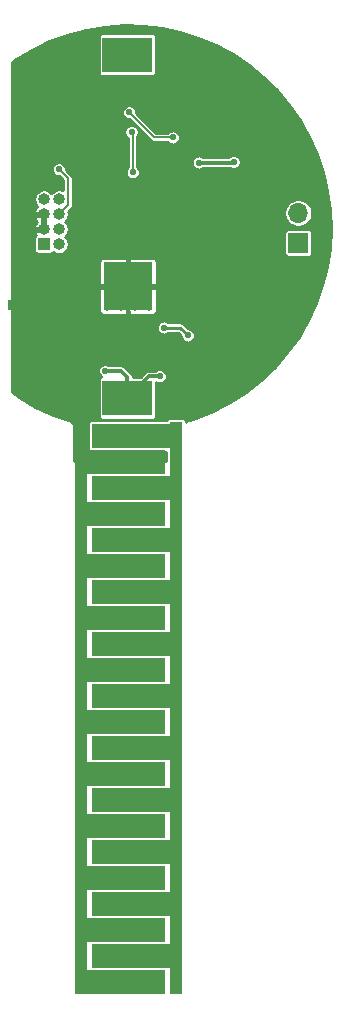
<source format=gbr>
G04 #@! TF.GenerationSoftware,KiCad,Pcbnew,5.1.10*
G04 #@! TF.CreationDate,2021-08-14T17:42:51+03:00*
G04 #@! TF.ProjectId,PlantBuddy,506c616e-7442-4756-9464-792e6b696361,rev?*
G04 #@! TF.SameCoordinates,Original*
G04 #@! TF.FileFunction,Copper,L2,Bot*
G04 #@! TF.FilePolarity,Positive*
%FSLAX46Y46*%
G04 Gerber Fmt 4.6, Leading zero omitted, Abs format (unit mm)*
G04 Created by KiCad (PCBNEW 5.1.10) date 2021-08-14 17:42:51*
%MOMM*%
%LPD*%
G01*
G04 APERTURE LIST*
G04 #@! TA.AperFunction,ComponentPad*
%ADD10O,1.000000X1.000000*%
G04 #@! TD*
G04 #@! TA.AperFunction,ComponentPad*
%ADD11R,1.000000X1.000000*%
G04 #@! TD*
G04 #@! TA.AperFunction,ComponentPad*
%ADD12C,0.500000*%
G04 #@! TD*
G04 #@! TA.AperFunction,SMDPad,CuDef*
%ADD13R,4.100000X4.100000*%
G04 #@! TD*
G04 #@! TA.AperFunction,ComponentPad*
%ADD14R,1.700000X1.700000*%
G04 #@! TD*
G04 #@! TA.AperFunction,ComponentPad*
%ADD15O,1.700000X1.700000*%
G04 #@! TD*
G04 #@! TA.AperFunction,SMDPad,CuDef*
%ADD16R,4.200000X3.000000*%
G04 #@! TD*
G04 #@! TA.AperFunction,ComponentPad*
%ADD17R,0.500000X0.900000*%
G04 #@! TD*
G04 #@! TA.AperFunction,ComponentPad*
%ADD18C,0.100000*%
G04 #@! TD*
G04 #@! TA.AperFunction,ViaPad*
%ADD19C,0.550000*%
G04 #@! TD*
G04 #@! TA.AperFunction,Conductor*
%ADD20C,0.300000*%
G04 #@! TD*
G04 #@! TA.AperFunction,Conductor*
%ADD21C,0.250000*%
G04 #@! TD*
G04 #@! TA.AperFunction,Conductor*
%ADD22C,0.152400*%
G04 #@! TD*
G04 #@! TA.AperFunction,Conductor*
%ADD23C,0.254000*%
G04 #@! TD*
G04 #@! TA.AperFunction,Conductor*
%ADD24C,0.100000*%
G04 #@! TD*
G04 APERTURE END LIST*
D10*
X59826800Y-62041600D03*
X58556800Y-62041600D03*
X59826800Y-63311600D03*
X58556800Y-63311600D03*
X59826800Y-64581600D03*
X58556800Y-64581600D03*
X59826800Y-65851600D03*
D11*
X58556800Y-65851600D03*
D12*
X67475500Y-71227000D03*
X66275500Y-71227000D03*
X65075500Y-71227000D03*
X63875500Y-71227000D03*
X67475500Y-70027000D03*
X66275500Y-70027000D03*
X65075500Y-70027000D03*
X63875500Y-70027000D03*
X67475500Y-68827000D03*
X66275500Y-68827000D03*
X65075500Y-68827000D03*
X63875500Y-68827000D03*
X67475500Y-67627000D03*
X66275500Y-67627000D03*
X65075500Y-67627000D03*
X63875500Y-67627000D03*
D13*
X65675500Y-69427000D03*
D14*
X80096000Y-65750000D03*
D15*
X80096000Y-63210000D03*
D16*
X65618000Y-49803000D03*
X65618000Y-78903000D03*
D17*
X55775500Y-71025000D03*
G04 #@! TA.AperFunction,ComponentPad*
D18*
G36*
X62218241Y-80863496D02*
G01*
X62219179Y-80863781D01*
X62220044Y-80864243D01*
X62220802Y-80864864D01*
X62221423Y-80865622D01*
X62221885Y-80866487D01*
X62222170Y-80867425D01*
X62222266Y-80868400D01*
X62222266Y-83267933D01*
X68812799Y-83267933D01*
X68813774Y-83268029D01*
X68814712Y-83268314D01*
X68815577Y-83268776D01*
X68816335Y-83269397D01*
X68816956Y-83270155D01*
X68817418Y-83271020D01*
X68817703Y-83271958D01*
X68817799Y-83272933D01*
X68817799Y-85279533D01*
X68817703Y-85280508D01*
X68817418Y-85281446D01*
X68816956Y-85282311D01*
X68816335Y-85283069D01*
X68815577Y-85283690D01*
X68814712Y-85284152D01*
X68813774Y-85284437D01*
X68812799Y-85284533D01*
X62222217Y-85284533D01*
X62224354Y-86479674D01*
X62226490Y-87674836D01*
X65517153Y-87676960D01*
X68812803Y-87679088D01*
X68813779Y-87679185D01*
X68814716Y-87679470D01*
X68815581Y-87679932D01*
X68816338Y-87680555D01*
X68816959Y-87681313D01*
X68817421Y-87682178D01*
X68817705Y-87683116D01*
X68817800Y-87684088D01*
X68817799Y-88683144D01*
X68817799Y-89682200D01*
X68817703Y-89683175D01*
X68817418Y-89684113D01*
X68816956Y-89684978D01*
X68816335Y-89685736D01*
X68815577Y-89686357D01*
X68814712Y-89686819D01*
X68813774Y-89687104D01*
X68812799Y-89687200D01*
X62222266Y-89687200D01*
X62222266Y-92081733D01*
X68812869Y-92081733D01*
X68813844Y-92081829D01*
X68814782Y-92082114D01*
X68815647Y-92082576D01*
X68816405Y-92083197D01*
X68817026Y-92083955D01*
X68817488Y-92084820D01*
X68817773Y-92085758D01*
X68817869Y-92086744D01*
X68815718Y-93087927D01*
X68813566Y-94089110D01*
X68813468Y-94090085D01*
X68813181Y-94091022D01*
X68812717Y-94091886D01*
X68812094Y-94092642D01*
X68811335Y-94093262D01*
X68810469Y-94093722D01*
X68809531Y-94094005D01*
X68808569Y-94094099D01*
X65512919Y-94096227D01*
X62222266Y-94098351D01*
X62222266Y-96484399D01*
X68812799Y-96484399D01*
X68813774Y-96484495D01*
X68814712Y-96484780D01*
X68815577Y-96485242D01*
X68816335Y-96485863D01*
X68816956Y-96486621D01*
X68817418Y-96487486D01*
X68817703Y-96488424D01*
X68817799Y-96489399D01*
X68817799Y-98496000D01*
X68817703Y-98496975D01*
X68817418Y-98497913D01*
X68816956Y-98498778D01*
X68816335Y-98499536D01*
X68815577Y-98500157D01*
X68814712Y-98500619D01*
X68813774Y-98500904D01*
X68812799Y-98501000D01*
X62222266Y-98501000D01*
X62222266Y-100895533D01*
X68812799Y-100895533D01*
X68813774Y-100895629D01*
X68814712Y-100895914D01*
X68815577Y-100896376D01*
X68816335Y-100896997D01*
X68816956Y-100897755D01*
X68817418Y-100898620D01*
X68817703Y-100899558D01*
X68817799Y-100900533D01*
X68817799Y-101899589D01*
X68817800Y-102898645D01*
X68817704Y-102899620D01*
X68817419Y-102900558D01*
X68816957Y-102901423D01*
X68816336Y-102902181D01*
X68815578Y-102902802D01*
X68814713Y-102903264D01*
X68813775Y-102903549D01*
X68812803Y-102903645D01*
X65517153Y-102905772D01*
X62226490Y-102907897D01*
X62224354Y-104103059D01*
X62222217Y-105298200D01*
X68812799Y-105298200D01*
X68813774Y-105298296D01*
X68814712Y-105298581D01*
X68815577Y-105299043D01*
X68816335Y-105299664D01*
X68816956Y-105300422D01*
X68817418Y-105301287D01*
X68817703Y-105302225D01*
X68817799Y-105303200D01*
X68817799Y-107309799D01*
X68817703Y-107310774D01*
X68817418Y-107311712D01*
X68816956Y-107312577D01*
X68816335Y-107313335D01*
X68815577Y-107313956D01*
X68814712Y-107314418D01*
X68813774Y-107314703D01*
X68812799Y-107314799D01*
X62222266Y-107314799D01*
X62222266Y-109709333D01*
X68812799Y-109709333D01*
X68813774Y-109709429D01*
X68814712Y-109709714D01*
X68815577Y-109710176D01*
X68816335Y-109710797D01*
X68816956Y-109711555D01*
X68817418Y-109712420D01*
X68817703Y-109713358D01*
X68817799Y-109714333D01*
X68817799Y-111712466D01*
X68817703Y-111713441D01*
X68817418Y-111714379D01*
X68816956Y-111715244D01*
X68816335Y-111716002D01*
X68815577Y-111716623D01*
X68814712Y-111717085D01*
X68813774Y-111717370D01*
X68812799Y-111717466D01*
X62222266Y-111717466D01*
X62222266Y-114111999D01*
X68812799Y-114111999D01*
X68813774Y-114112095D01*
X68814712Y-114112380D01*
X68815577Y-114112842D01*
X68816335Y-114113463D01*
X68816956Y-114114221D01*
X68817418Y-114115086D01*
X68817703Y-114116024D01*
X68817799Y-114116999D01*
X68817799Y-116123600D01*
X68817703Y-116124575D01*
X68817418Y-116125513D01*
X68816956Y-116126378D01*
X68816335Y-116127136D01*
X68815577Y-116127757D01*
X68814712Y-116128219D01*
X68813774Y-116128504D01*
X68812799Y-116128600D01*
X62222266Y-116128600D01*
X62222266Y-118523133D01*
X68812799Y-118523133D01*
X68813774Y-118523229D01*
X68814712Y-118523514D01*
X68815577Y-118523976D01*
X68816335Y-118524597D01*
X68816956Y-118525355D01*
X68817418Y-118526220D01*
X68817703Y-118527158D01*
X68817799Y-118528133D01*
X68817799Y-120526266D01*
X68817703Y-120527241D01*
X68817418Y-120528179D01*
X68816956Y-120529044D01*
X68816335Y-120529802D01*
X68815577Y-120530423D01*
X68814712Y-120530885D01*
X68813774Y-120531170D01*
X68812799Y-120531266D01*
X62222266Y-120531266D01*
X62222266Y-122925800D01*
X68812799Y-122925800D01*
X68813774Y-122925896D01*
X68814712Y-122926181D01*
X68815577Y-122926643D01*
X68816335Y-122927264D01*
X68816956Y-122928022D01*
X68817418Y-122928887D01*
X68817703Y-122929825D01*
X68817799Y-122930800D01*
X68817799Y-124937400D01*
X68817703Y-124938375D01*
X68817418Y-124939313D01*
X68816956Y-124940178D01*
X68816335Y-124940936D01*
X68815577Y-124941557D01*
X68814712Y-124942019D01*
X68813774Y-124942304D01*
X68812799Y-124942400D01*
X62222266Y-124942400D01*
X62222266Y-127336933D01*
X68812799Y-127336933D01*
X68813774Y-127337029D01*
X68814712Y-127337314D01*
X68815577Y-127337776D01*
X68816335Y-127338397D01*
X68816956Y-127339155D01*
X68817418Y-127340020D01*
X68817703Y-127340958D01*
X68817799Y-127341933D01*
X68817799Y-129340066D01*
X68817703Y-129341041D01*
X68817418Y-129341979D01*
X68816956Y-129342844D01*
X68816335Y-129343602D01*
X68815577Y-129344223D01*
X68814712Y-129344685D01*
X68813774Y-129344970D01*
X68812799Y-129345066D01*
X61218200Y-129345066D01*
X61217225Y-129344970D01*
X61216287Y-129344685D01*
X61215422Y-129344223D01*
X61214664Y-129343602D01*
X61214043Y-129342844D01*
X61213581Y-129341979D01*
X61213296Y-129341041D01*
X61213200Y-129340066D01*
X61213200Y-80868400D01*
X61213296Y-80867425D01*
X61213581Y-80866487D01*
X61214043Y-80865622D01*
X61214664Y-80864864D01*
X61215422Y-80864243D01*
X61216287Y-80863781D01*
X61217225Y-80863496D01*
X61218200Y-80863400D01*
X62217266Y-80863400D01*
X62218241Y-80863496D01*
G37*
G04 #@! TD.AperFunction*
G04 #@! TA.AperFunction,ComponentPad*
G36*
X70219241Y-80863496D02*
G01*
X70220179Y-80863781D01*
X70221044Y-80864243D01*
X70221802Y-80864864D01*
X70222423Y-80865622D01*
X70222885Y-80866487D01*
X70223170Y-80867425D01*
X70223266Y-80868400D01*
X70223266Y-129340066D01*
X70223170Y-129341041D01*
X70222885Y-129341979D01*
X70222423Y-129342844D01*
X70221802Y-129343602D01*
X70221044Y-129344223D01*
X70220179Y-129344685D01*
X70219241Y-129344970D01*
X70218266Y-129345066D01*
X69219199Y-129345066D01*
X69218224Y-129344970D01*
X69217286Y-129344685D01*
X69216421Y-129344223D01*
X69215663Y-129343602D01*
X69215042Y-129342844D01*
X69214580Y-129341979D01*
X69214295Y-129341041D01*
X69214199Y-129340066D01*
X69214199Y-127143733D01*
X62623666Y-127143733D01*
X62622691Y-127143637D01*
X62621753Y-127143352D01*
X62620888Y-127142890D01*
X62620130Y-127142269D01*
X62619509Y-127141511D01*
X62619047Y-127140646D01*
X62618762Y-127139708D01*
X62618666Y-127138733D01*
X62618666Y-125132133D01*
X62618762Y-125131158D01*
X62619047Y-125130220D01*
X62619509Y-125129355D01*
X62620130Y-125128597D01*
X62620888Y-125127976D01*
X62621753Y-125127514D01*
X62622691Y-125127229D01*
X62623666Y-125127133D01*
X69214249Y-125127133D01*
X69209975Y-122736830D01*
X65919313Y-122734705D01*
X62623663Y-122732578D01*
X62622687Y-122732481D01*
X62621750Y-122732196D01*
X62620885Y-122731734D01*
X62620128Y-122731111D01*
X62619507Y-122730353D01*
X62619045Y-122729488D01*
X62618761Y-122728550D01*
X62618666Y-122727578D01*
X62618666Y-120729466D01*
X62618762Y-120728491D01*
X62619047Y-120727553D01*
X62619509Y-120726688D01*
X62620130Y-120725930D01*
X62620888Y-120725309D01*
X62621753Y-120724847D01*
X62622691Y-120724562D01*
X62623666Y-120724466D01*
X69214199Y-120724466D01*
X69214199Y-118329933D01*
X62623597Y-118329933D01*
X62622622Y-118329837D01*
X62621684Y-118329552D01*
X62620819Y-118329090D01*
X62620061Y-118328469D01*
X62619440Y-118327711D01*
X62618978Y-118326846D01*
X62618693Y-118325908D01*
X62618597Y-118324922D01*
X62620748Y-117323739D01*
X62622900Y-116322555D01*
X62622998Y-116321580D01*
X62623285Y-116320643D01*
X62623749Y-116319779D01*
X62624372Y-116319023D01*
X62625131Y-116318403D01*
X62625997Y-116317943D01*
X62626935Y-116317660D01*
X62627897Y-116317566D01*
X65923547Y-116315439D01*
X69214199Y-116313314D01*
X69214199Y-113927266D01*
X62623666Y-113927266D01*
X62622691Y-113927170D01*
X62621753Y-113926885D01*
X62620888Y-113926423D01*
X62620130Y-113925802D01*
X62619509Y-113925044D01*
X62619047Y-113924179D01*
X62618762Y-113923241D01*
X62618666Y-113922266D01*
X62618666Y-111915666D01*
X62618762Y-111914691D01*
X62619047Y-111913753D01*
X62619509Y-111912888D01*
X62620130Y-111912130D01*
X62620888Y-111911509D01*
X62621753Y-111911047D01*
X62622691Y-111910762D01*
X62623666Y-111910666D01*
X69214199Y-111910666D01*
X69214199Y-109516133D01*
X62623666Y-109516133D01*
X62622691Y-109516037D01*
X62621753Y-109515752D01*
X62620888Y-109515290D01*
X62620130Y-109514669D01*
X62619509Y-109513911D01*
X62619047Y-109513046D01*
X62618762Y-109512108D01*
X62618666Y-109511133D01*
X62618666Y-107513021D01*
X62618762Y-107512046D01*
X62619047Y-107511108D01*
X62619509Y-107510243D01*
X62620130Y-107509485D01*
X62620888Y-107508864D01*
X62621753Y-107508402D01*
X62622691Y-107508117D01*
X62623663Y-107508021D01*
X65919313Y-107505894D01*
X69209975Y-107503769D01*
X69214249Y-105113466D01*
X62623666Y-105113466D01*
X62622691Y-105113370D01*
X62621753Y-105113085D01*
X62620888Y-105112623D01*
X62620130Y-105112002D01*
X62619509Y-105111244D01*
X62619047Y-105110379D01*
X62618762Y-105109441D01*
X62618666Y-105108466D01*
X62618666Y-103101866D01*
X62618762Y-103100891D01*
X62619047Y-103099953D01*
X62619509Y-103099088D01*
X62620130Y-103098330D01*
X62620888Y-103097709D01*
X62621753Y-103097247D01*
X62622691Y-103096962D01*
X62623666Y-103096866D01*
X69214199Y-103096866D01*
X69214199Y-100702333D01*
X62623666Y-100702333D01*
X62622691Y-100702237D01*
X62621753Y-100701952D01*
X62620888Y-100701490D01*
X62620130Y-100700869D01*
X62619509Y-100700111D01*
X62619047Y-100699246D01*
X62618762Y-100698308D01*
X62618666Y-100697333D01*
X62618666Y-98699200D01*
X62618762Y-98698225D01*
X62619047Y-98697287D01*
X62619509Y-98696422D01*
X62620130Y-98695664D01*
X62620888Y-98695043D01*
X62621753Y-98694581D01*
X62622691Y-98694296D01*
X62623666Y-98694200D01*
X69214199Y-98694200D01*
X69214199Y-96299666D01*
X62623666Y-96299666D01*
X62622691Y-96299570D01*
X62621753Y-96299285D01*
X62620888Y-96298823D01*
X62620130Y-96298202D01*
X62619509Y-96297444D01*
X62619047Y-96296579D01*
X62618762Y-96295641D01*
X62618666Y-96294666D01*
X62618666Y-94288066D01*
X62618762Y-94287091D01*
X62619047Y-94286153D01*
X62619509Y-94285288D01*
X62620130Y-94284530D01*
X62620888Y-94283909D01*
X62621753Y-94283447D01*
X62622691Y-94283162D01*
X62623666Y-94283066D01*
X69214199Y-94283066D01*
X69214199Y-91888533D01*
X62623666Y-91888533D01*
X62622691Y-91888437D01*
X62621753Y-91888152D01*
X62620888Y-91887690D01*
X62620130Y-91887069D01*
X62619509Y-91886311D01*
X62619047Y-91885446D01*
X62618762Y-91884508D01*
X62618666Y-91883533D01*
X62618666Y-89885400D01*
X62618762Y-89884425D01*
X62619047Y-89883487D01*
X62619509Y-89882622D01*
X62620130Y-89881864D01*
X62620888Y-89881243D01*
X62621753Y-89880781D01*
X62622691Y-89880496D01*
X62623666Y-89880400D01*
X69214199Y-89880400D01*
X69214199Y-87485866D01*
X62623666Y-87485866D01*
X62622691Y-87485770D01*
X62621753Y-87485485D01*
X62620888Y-87485023D01*
X62620130Y-87484402D01*
X62619509Y-87483644D01*
X62619047Y-87482779D01*
X62618762Y-87481841D01*
X62618666Y-87480866D01*
X62618666Y-85474266D01*
X62618762Y-85473291D01*
X62619047Y-85472353D01*
X62619509Y-85471488D01*
X62620130Y-85470730D01*
X62620888Y-85470109D01*
X62621753Y-85469647D01*
X62622691Y-85469362D01*
X62623666Y-85469266D01*
X69214199Y-85469266D01*
X69214199Y-83074733D01*
X62623666Y-83074733D01*
X62622691Y-83074637D01*
X62621753Y-83074352D01*
X62620888Y-83073890D01*
X62620130Y-83073269D01*
X62619509Y-83072511D01*
X62619047Y-83071646D01*
X62618762Y-83070708D01*
X62618666Y-83069733D01*
X62618666Y-81071600D01*
X62618762Y-81070625D01*
X62619047Y-81069687D01*
X62619509Y-81068822D01*
X62620130Y-81068064D01*
X62620888Y-81067443D01*
X62621753Y-81066981D01*
X62622691Y-81066696D01*
X62623666Y-81066600D01*
X69214199Y-81066600D01*
X69214199Y-80868400D01*
X69214295Y-80867425D01*
X69214580Y-80866487D01*
X69215042Y-80865622D01*
X69215663Y-80864864D01*
X69216421Y-80864243D01*
X69217286Y-80863781D01*
X69218224Y-80863496D01*
X69219199Y-80863400D01*
X70218266Y-80863400D01*
X70219241Y-80863496D01*
G37*
G04 #@! TD.AperFunction*
D19*
X64144800Y-79415200D03*
X64144800Y-78348400D03*
X63738400Y-76570400D03*
X68716800Y-72912800D03*
X70748800Y-73573200D03*
X68361200Y-77027600D03*
X71663200Y-58942800D03*
X74609600Y-58892000D03*
X65618000Y-49798800D03*
X65770400Y-54675600D03*
X69478800Y-56809200D03*
X60131600Y-53151600D03*
X57744000Y-52084800D03*
X57490000Y-54777200D03*
X56931200Y-67883600D03*
X59572800Y-67934400D03*
X56067600Y-67121600D03*
X60182400Y-67121600D03*
X59725200Y-70017200D03*
X57947200Y-70017200D03*
X56067600Y-72252400D03*
X56067600Y-73166800D03*
X56880400Y-74944800D03*
X62316000Y-76926000D03*
X76336800Y-61127200D03*
X76438400Y-67578800D03*
X64551200Y-53507200D03*
X67904000Y-53507200D03*
X67751600Y-58434800D03*
X70647200Y-74690800D03*
X67802400Y-75046400D03*
X70444000Y-76011600D03*
X74101600Y-71084000D03*
X62316000Y-74030400D03*
X65973600Y-56352000D03*
X66075200Y-59755600D03*
X59826800Y-59501602D03*
D20*
X65618000Y-77103000D02*
X65085400Y-76570400D01*
X65618000Y-78903000D02*
X65618000Y-77103000D01*
X65085400Y-76570400D02*
X63738400Y-76570400D01*
D21*
X70088400Y-72912800D02*
X70748800Y-73573200D01*
X68716800Y-72912800D02*
X70088400Y-72912800D01*
D20*
X67493400Y-77027600D02*
X65618000Y-78903000D01*
X68361200Y-77027600D02*
X67493400Y-77027600D01*
X74558800Y-58942800D02*
X74609600Y-58892000D01*
X71663200Y-58942800D02*
X74558800Y-58942800D01*
D21*
X65618000Y-49803000D02*
X65618000Y-49798800D01*
D22*
X67904000Y-56809200D02*
X69478800Y-56809200D01*
X65770400Y-54675600D02*
X67904000Y-56809200D01*
D20*
X65675500Y-69427000D02*
X62183000Y-69427000D01*
X65675500Y-69427000D02*
X69510200Y-69427000D01*
X65675500Y-69427000D02*
X65675500Y-73210900D01*
X65675500Y-69427000D02*
X69803000Y-69427000D01*
X65675500Y-69427000D02*
X65675500Y-66403700D01*
X65675500Y-66403700D02*
X65821200Y-66258000D01*
D22*
X66075200Y-56453600D02*
X65973600Y-56352000D01*
X66075200Y-59755600D02*
X66075200Y-56453600D01*
X60603001Y-60277803D02*
X59826800Y-59501602D01*
X59826800Y-63311600D02*
X60603001Y-62535399D01*
X60603001Y-62535399D02*
X60603001Y-60277803D01*
D23*
X66913022Y-47350268D02*
X68515195Y-47538436D01*
X70092523Y-47876542D01*
X71631037Y-48361588D01*
X73117089Y-48989274D01*
X74537466Y-49754019D01*
X75879573Y-50649041D01*
X77131492Y-51666392D01*
X78282115Y-52797044D01*
X79321226Y-54030962D01*
X80239605Y-55357193D01*
X81029097Y-56763961D01*
X81682701Y-58238796D01*
X82194608Y-59768583D01*
X82560279Y-61339770D01*
X82776463Y-62938375D01*
X82841246Y-64550246D01*
X82754051Y-66161052D01*
X82515655Y-67756501D01*
X82128164Y-69322458D01*
X81595034Y-70844971D01*
X80920981Y-72310571D01*
X80111999Y-73706226D01*
X79175265Y-75019553D01*
X78119092Y-76238899D01*
X76952849Y-77353446D01*
X75686902Y-78353286D01*
X74332486Y-79229548D01*
X72901602Y-79974469D01*
X71403005Y-80583033D01*
X70606060Y-80842001D01*
X70574109Y-80851693D01*
X70551618Y-80863715D01*
X70550267Y-80836203D01*
X70550171Y-80835228D01*
X70537560Y-80771901D01*
X70537275Y-80770963D01*
X70512717Y-80711686D01*
X70512255Y-80710821D01*
X70476597Y-80657387D01*
X70475976Y-80656629D01*
X70430037Y-80610690D01*
X70429279Y-80610069D01*
X70375845Y-80574411D01*
X70374980Y-80573949D01*
X70315703Y-80549391D01*
X70314765Y-80549106D01*
X70251438Y-80536495D01*
X70250463Y-80536399D01*
X70218266Y-80534818D01*
X69219199Y-80534818D01*
X69187002Y-80536399D01*
X69186027Y-80536495D01*
X69122700Y-80549106D01*
X69121762Y-80549391D01*
X69062485Y-80573949D01*
X69061620Y-80574411D01*
X69008186Y-80610069D01*
X69007428Y-80610690D01*
X68961489Y-80656629D01*
X68960868Y-80657387D01*
X68925210Y-80710821D01*
X68924748Y-80711686D01*
X68913839Y-80738018D01*
X62623666Y-80738018D01*
X62591469Y-80739599D01*
X62590494Y-80739695D01*
X62527167Y-80752306D01*
X62526229Y-80752591D01*
X62466952Y-80777149D01*
X62466087Y-80777611D01*
X62412653Y-80813269D01*
X62411895Y-80813890D01*
X62365956Y-80859829D01*
X62365335Y-80860587D01*
X62329677Y-80914021D01*
X62329215Y-80914886D01*
X62304657Y-80974163D01*
X62304372Y-80975101D01*
X62291761Y-81038428D01*
X62291665Y-81039403D01*
X62290084Y-81071600D01*
X62290084Y-83069733D01*
X62291665Y-83101930D01*
X62291761Y-83102905D01*
X62304372Y-83166232D01*
X62304657Y-83167170D01*
X62329215Y-83226447D01*
X62329677Y-83227312D01*
X62365335Y-83280746D01*
X62365956Y-83281504D01*
X62411895Y-83327443D01*
X62412653Y-83328064D01*
X62466087Y-83363722D01*
X62466952Y-83364184D01*
X62526229Y-83388742D01*
X62527167Y-83389027D01*
X62590494Y-83401638D01*
X62591469Y-83401734D01*
X62623666Y-83403315D01*
X68885617Y-83403315D01*
X68885617Y-84228500D01*
X61096080Y-84228500D01*
X61096080Y-81222084D01*
X61096890Y-81210493D01*
X61096021Y-81174985D01*
X61091815Y-81139717D01*
X61091790Y-81139600D01*
X61090625Y-81127775D01*
X61085773Y-81111781D01*
X61084307Y-81105001D01*
X61073567Y-81071145D01*
X61073146Y-81070153D01*
X61069068Y-81056710D01*
X61061153Y-81041903D01*
X61059688Y-81038451D01*
X61042794Y-81007209D01*
X61041876Y-81005838D01*
X61034061Y-80991217D01*
X61023349Y-80978164D01*
X61023034Y-80977694D01*
X61000585Y-80950169D01*
X60999326Y-80948892D01*
X60986949Y-80933811D01*
X60956842Y-80909103D01*
X60948436Y-80902050D01*
X60947254Y-80901234D01*
X60929542Y-80886699D01*
X60889940Y-80865531D01*
X60888195Y-80864556D01*
X60887741Y-80864356D01*
X60864049Y-80851692D01*
X60837160Y-80843536D01*
X59305280Y-80307125D01*
X57839680Y-79633072D01*
X56444025Y-78824090D01*
X55839000Y-78392554D01*
X55839000Y-76511108D01*
X63136400Y-76511108D01*
X63136400Y-76629692D01*
X63159534Y-76745997D01*
X63204914Y-76855554D01*
X63270796Y-76954153D01*
X63354647Y-77038004D01*
X63429617Y-77088097D01*
X63392257Y-77099430D01*
X63335450Y-77129794D01*
X63285657Y-77170657D01*
X63244794Y-77220450D01*
X63214430Y-77277257D01*
X63195732Y-77338897D01*
X63189418Y-77403000D01*
X63189418Y-80403000D01*
X63195732Y-80467103D01*
X63214430Y-80528743D01*
X63244794Y-80585550D01*
X63285657Y-80635343D01*
X63335450Y-80676206D01*
X63392257Y-80706570D01*
X63453897Y-80725268D01*
X63518000Y-80731582D01*
X67718000Y-80731582D01*
X67782103Y-80725268D01*
X67843743Y-80706570D01*
X67900550Y-80676206D01*
X67950343Y-80635343D01*
X67991206Y-80585550D01*
X68021570Y-80528743D01*
X68040268Y-80467103D01*
X68046582Y-80403000D01*
X68046582Y-77541399D01*
X68076046Y-77561086D01*
X68185603Y-77606466D01*
X68301908Y-77629600D01*
X68420492Y-77629600D01*
X68536797Y-77606466D01*
X68646354Y-77561086D01*
X68744953Y-77495204D01*
X68828804Y-77411353D01*
X68894686Y-77312754D01*
X68940066Y-77203197D01*
X68963200Y-77086892D01*
X68963200Y-76968308D01*
X68940066Y-76852003D01*
X68894686Y-76742446D01*
X68828804Y-76643847D01*
X68744953Y-76559996D01*
X68646354Y-76494114D01*
X68536797Y-76448734D01*
X68420492Y-76425600D01*
X68301908Y-76425600D01*
X68185603Y-76448734D01*
X68076046Y-76494114D01*
X67991509Y-76550600D01*
X67516814Y-76550600D01*
X67493399Y-76548294D01*
X67469984Y-76550600D01*
X67469977Y-76550600D01*
X67399892Y-76557503D01*
X67309977Y-76584778D01*
X67227111Y-76629071D01*
X67154479Y-76688679D01*
X67139549Y-76706871D01*
X66772002Y-77074418D01*
X66094492Y-77074418D01*
X66088097Y-77009492D01*
X66060822Y-76919577D01*
X66016529Y-76836711D01*
X65956921Y-76764079D01*
X65938729Y-76749149D01*
X65439255Y-76249676D01*
X65424321Y-76231479D01*
X65351689Y-76171871D01*
X65268823Y-76127578D01*
X65178908Y-76100303D01*
X65108823Y-76093400D01*
X65108815Y-76093400D01*
X65085400Y-76091094D01*
X65061985Y-76093400D01*
X64108091Y-76093400D01*
X64023554Y-76036914D01*
X63913997Y-75991534D01*
X63797692Y-75968400D01*
X63679108Y-75968400D01*
X63562803Y-75991534D01*
X63453246Y-76036914D01*
X63354647Y-76102796D01*
X63270796Y-76186647D01*
X63204914Y-76285246D01*
X63159534Y-76394803D01*
X63136400Y-76511108D01*
X55839000Y-76511108D01*
X55839000Y-72853508D01*
X68114800Y-72853508D01*
X68114800Y-72972092D01*
X68137934Y-73088397D01*
X68183314Y-73197954D01*
X68249196Y-73296553D01*
X68333047Y-73380404D01*
X68431646Y-73446286D01*
X68541203Y-73491666D01*
X68657508Y-73514800D01*
X68776092Y-73514800D01*
X68892397Y-73491666D01*
X69001954Y-73446286D01*
X69100553Y-73380404D01*
X69116157Y-73364800D01*
X69901177Y-73364800D01*
X70146800Y-73610424D01*
X70146800Y-73632492D01*
X70169934Y-73748797D01*
X70215314Y-73858354D01*
X70281196Y-73956953D01*
X70365047Y-74040804D01*
X70463646Y-74106686D01*
X70573203Y-74152066D01*
X70689508Y-74175200D01*
X70808092Y-74175200D01*
X70924397Y-74152066D01*
X71033954Y-74106686D01*
X71132553Y-74040804D01*
X71216404Y-73956953D01*
X71282286Y-73858354D01*
X71327666Y-73748797D01*
X71350800Y-73632492D01*
X71350800Y-73513908D01*
X71327666Y-73397603D01*
X71282286Y-73288046D01*
X71216404Y-73189447D01*
X71132553Y-73105596D01*
X71033954Y-73039714D01*
X70924397Y-72994334D01*
X70808092Y-72971200D01*
X70786024Y-72971200D01*
X70423723Y-72608900D01*
X70409559Y-72591641D01*
X70340733Y-72535157D01*
X70262210Y-72493186D01*
X70177007Y-72467340D01*
X70110605Y-72460800D01*
X70088400Y-72458613D01*
X70066195Y-72460800D01*
X69116157Y-72460800D01*
X69100553Y-72445196D01*
X69001954Y-72379314D01*
X68892397Y-72333934D01*
X68776092Y-72310800D01*
X68657508Y-72310800D01*
X68541203Y-72333934D01*
X68431646Y-72379314D01*
X68333047Y-72445196D01*
X68249196Y-72529047D01*
X68183314Y-72627646D01*
X68137934Y-72737203D01*
X68114800Y-72853508D01*
X55839000Y-72853508D01*
X55839000Y-67601157D01*
X63240968Y-67601157D01*
X63241894Y-67617259D01*
X63243074Y-68786092D01*
X63240968Y-68801157D01*
X63243127Y-68838679D01*
X63243500Y-69208500D01*
X63339000Y-69304000D01*
X63455263Y-69304000D01*
X63513857Y-69362594D01*
X63572451Y-69304000D01*
X63593796Y-69304000D01*
X63608799Y-69403342D01*
X63674487Y-69426226D01*
X63656551Y-69430879D01*
X63608799Y-69450658D01*
X63593796Y-69550000D01*
X63572451Y-69550000D01*
X63513857Y-69491406D01*
X63455263Y-69550000D01*
X63339000Y-69550000D01*
X63243500Y-69645500D01*
X63243157Y-69985497D01*
X63240968Y-70001157D01*
X63243104Y-70038276D01*
X63241937Y-71194222D01*
X63240968Y-71201157D01*
X63241914Y-71217594D01*
X63241652Y-71477000D01*
X63249028Y-71551885D01*
X63270871Y-71623892D01*
X63306342Y-71690255D01*
X63354078Y-71748422D01*
X63412245Y-71796158D01*
X63478608Y-71831629D01*
X63550615Y-71853472D01*
X63625500Y-71860848D01*
X63843192Y-71860628D01*
X63849657Y-71861532D01*
X63865759Y-71860606D01*
X65034592Y-71859426D01*
X65049657Y-71861532D01*
X65087179Y-71859373D01*
X65457000Y-71859000D01*
X65552500Y-71763500D01*
X65552500Y-71647237D01*
X65611094Y-71588643D01*
X65552500Y-71530049D01*
X65552500Y-71508704D01*
X65651842Y-71493701D01*
X65674726Y-71428013D01*
X65679379Y-71445949D01*
X65699158Y-71493701D01*
X65798500Y-71508704D01*
X65798500Y-71530049D01*
X65739906Y-71588643D01*
X65798500Y-71647237D01*
X65798500Y-71763500D01*
X65894000Y-71859000D01*
X66233997Y-71859343D01*
X66249657Y-71861532D01*
X66286776Y-71859396D01*
X67442722Y-71860563D01*
X67449657Y-71861532D01*
X67466094Y-71860586D01*
X67725500Y-71860848D01*
X67800385Y-71853472D01*
X67872392Y-71831629D01*
X67938755Y-71796158D01*
X67996922Y-71748422D01*
X68044658Y-71690255D01*
X68080129Y-71623892D01*
X68101972Y-71551885D01*
X68109348Y-71477000D01*
X68109128Y-71259308D01*
X68110032Y-71252843D01*
X68109106Y-71236741D01*
X68107926Y-70067908D01*
X68110032Y-70052843D01*
X68107873Y-70015321D01*
X68107500Y-69645500D01*
X68012000Y-69550000D01*
X67895737Y-69550000D01*
X67837143Y-69491406D01*
X67778549Y-69550000D01*
X67757204Y-69550000D01*
X67742201Y-69450658D01*
X67676513Y-69427774D01*
X67694449Y-69423121D01*
X67742201Y-69403342D01*
X67757204Y-69304000D01*
X67778549Y-69304000D01*
X67837143Y-69362594D01*
X67895737Y-69304000D01*
X68012000Y-69304000D01*
X68107500Y-69208500D01*
X68107843Y-68868503D01*
X68110032Y-68852843D01*
X68107896Y-68815724D01*
X68109063Y-67659778D01*
X68110032Y-67652843D01*
X68109086Y-67636406D01*
X68109348Y-67377000D01*
X68101972Y-67302115D01*
X68080129Y-67230108D01*
X68044658Y-67163745D01*
X67996922Y-67105578D01*
X67938755Y-67057842D01*
X67872392Y-67022371D01*
X67800385Y-67000528D01*
X67725500Y-66993152D01*
X67507808Y-66993372D01*
X67501343Y-66992468D01*
X67485241Y-66993394D01*
X66316408Y-66994574D01*
X66301343Y-66992468D01*
X66263821Y-66994627D01*
X65894000Y-66995000D01*
X65798500Y-67090500D01*
X65798500Y-67206763D01*
X65739906Y-67265357D01*
X65798500Y-67323951D01*
X65798500Y-67345296D01*
X65699158Y-67360299D01*
X65676274Y-67425987D01*
X65671621Y-67408051D01*
X65651842Y-67360299D01*
X65552500Y-67345296D01*
X65552500Y-67323951D01*
X65611094Y-67265357D01*
X65552500Y-67206763D01*
X65552500Y-67090500D01*
X65457000Y-66995000D01*
X65117003Y-66994657D01*
X65101343Y-66992468D01*
X65064224Y-66994604D01*
X63908278Y-66993437D01*
X63901343Y-66992468D01*
X63884906Y-66993414D01*
X63625500Y-66993152D01*
X63550615Y-67000528D01*
X63478608Y-67022371D01*
X63412245Y-67057842D01*
X63354078Y-67105578D01*
X63306342Y-67163745D01*
X63270871Y-67230108D01*
X63249028Y-67302115D01*
X63241652Y-67377000D01*
X63241872Y-67594692D01*
X63240968Y-67601157D01*
X55839000Y-67601157D01*
X55839000Y-63569713D01*
X57713413Y-63569713D01*
X57777916Y-63725455D01*
X57873621Y-63869456D01*
X57950385Y-63946600D01*
X57873621Y-64023744D01*
X57777916Y-64167745D01*
X57713413Y-64323487D01*
X57779977Y-64458600D01*
X58433800Y-64458600D01*
X58433800Y-63434600D01*
X57779977Y-63434600D01*
X57713413Y-63569713D01*
X55839000Y-63569713D01*
X55839000Y-63053487D01*
X57713413Y-63053487D01*
X57779977Y-63188600D01*
X58433800Y-63188600D01*
X58433800Y-63168600D01*
X58679800Y-63168600D01*
X58679800Y-63188600D01*
X58699800Y-63188600D01*
X58699800Y-63434600D01*
X58679800Y-63434600D01*
X58679800Y-64458600D01*
X58699800Y-64458600D01*
X58699800Y-64704600D01*
X58679800Y-64704600D01*
X58679800Y-64724600D01*
X58433800Y-64724600D01*
X58433800Y-64704600D01*
X57779977Y-64704600D01*
X57713413Y-64839713D01*
X57777916Y-64995455D01*
X57847583Y-65100278D01*
X57824457Y-65119257D01*
X57783594Y-65169050D01*
X57753230Y-65225857D01*
X57734532Y-65287497D01*
X57728218Y-65351600D01*
X57728218Y-66351600D01*
X57734532Y-66415703D01*
X57753230Y-66477343D01*
X57783594Y-66534150D01*
X57824457Y-66583943D01*
X57874250Y-66624806D01*
X57931057Y-66655170D01*
X57992697Y-66673868D01*
X58056800Y-66680182D01*
X59056800Y-66680182D01*
X59120903Y-66673868D01*
X59182543Y-66655170D01*
X59239350Y-66624806D01*
X59289143Y-66583943D01*
X59330006Y-66534150D01*
X59337833Y-66519506D01*
X59435069Y-66584477D01*
X59585573Y-66646818D01*
X59745348Y-66678600D01*
X59908252Y-66678600D01*
X60068027Y-66646818D01*
X60218531Y-66584477D01*
X60353981Y-66493972D01*
X60469172Y-66378781D01*
X60559677Y-66243331D01*
X60622018Y-66092827D01*
X60653800Y-65933052D01*
X60653800Y-65770148D01*
X60622018Y-65610373D01*
X60559677Y-65459869D01*
X60469172Y-65324419D01*
X60361353Y-65216600D01*
X60469172Y-65108781D01*
X60559677Y-64973331D01*
X60590051Y-64900000D01*
X78917418Y-64900000D01*
X78917418Y-66600000D01*
X78923732Y-66664103D01*
X78942430Y-66725743D01*
X78972794Y-66782550D01*
X79013657Y-66832343D01*
X79063450Y-66873206D01*
X79120257Y-66903570D01*
X79181897Y-66922268D01*
X79246000Y-66928582D01*
X80946000Y-66928582D01*
X81010103Y-66922268D01*
X81071743Y-66903570D01*
X81128550Y-66873206D01*
X81178343Y-66832343D01*
X81219206Y-66782550D01*
X81249570Y-66725743D01*
X81268268Y-66664103D01*
X81274582Y-66600000D01*
X81274582Y-64900000D01*
X81268268Y-64835897D01*
X81249570Y-64774257D01*
X81219206Y-64717450D01*
X81178343Y-64667657D01*
X81128550Y-64626794D01*
X81071743Y-64596430D01*
X81010103Y-64577732D01*
X80946000Y-64571418D01*
X79246000Y-64571418D01*
X79181897Y-64577732D01*
X79120257Y-64596430D01*
X79063450Y-64626794D01*
X79013657Y-64667657D01*
X78972794Y-64717450D01*
X78942430Y-64774257D01*
X78923732Y-64835897D01*
X78917418Y-64900000D01*
X60590051Y-64900000D01*
X60622018Y-64822827D01*
X60653800Y-64663052D01*
X60653800Y-64500148D01*
X60622018Y-64340373D01*
X60559677Y-64189869D01*
X60469172Y-64054419D01*
X60361353Y-63946600D01*
X60469172Y-63838781D01*
X60559677Y-63703331D01*
X60622018Y-63552827D01*
X60653800Y-63393052D01*
X60653800Y-63230148D01*
X60626733Y-63094076D01*
X78919000Y-63094076D01*
X78919000Y-63325924D01*
X78964231Y-63553318D01*
X79052956Y-63767519D01*
X79181764Y-63960294D01*
X79345706Y-64124236D01*
X79538481Y-64253044D01*
X79752682Y-64341769D01*
X79980076Y-64387000D01*
X80211924Y-64387000D01*
X80439318Y-64341769D01*
X80653519Y-64253044D01*
X80846294Y-64124236D01*
X81010236Y-63960294D01*
X81139044Y-63767519D01*
X81227769Y-63553318D01*
X81273000Y-63325924D01*
X81273000Y-63094076D01*
X81227769Y-62866682D01*
X81139044Y-62652481D01*
X81010236Y-62459706D01*
X80846294Y-62295764D01*
X80653519Y-62166956D01*
X80439318Y-62078231D01*
X80211924Y-62033000D01*
X79980076Y-62033000D01*
X79752682Y-62078231D01*
X79538481Y-62166956D01*
X79345706Y-62295764D01*
X79181764Y-62459706D01*
X79052956Y-62652481D01*
X78964231Y-62866682D01*
X78919000Y-63094076D01*
X60626733Y-63094076D01*
X60624709Y-63083902D01*
X60874111Y-62834500D01*
X60889485Y-62821883D01*
X60939871Y-62760488D01*
X60977311Y-62690443D01*
X61000366Y-62614440D01*
X61006201Y-62555197D01*
X61006201Y-62555190D01*
X61008150Y-62535399D01*
X61006201Y-62515608D01*
X61006201Y-60297594D01*
X61008150Y-60277803D01*
X61006201Y-60258012D01*
X61006201Y-60258005D01*
X61000366Y-60198762D01*
X60977311Y-60122759D01*
X60939871Y-60052714D01*
X60889485Y-59991319D01*
X60874110Y-59978701D01*
X60428800Y-59533392D01*
X60428800Y-59442310D01*
X60405666Y-59326005D01*
X60360286Y-59216448D01*
X60294404Y-59117849D01*
X60210553Y-59033998D01*
X60111954Y-58968116D01*
X60002397Y-58922736D01*
X59886092Y-58899602D01*
X59767508Y-58899602D01*
X59651203Y-58922736D01*
X59541646Y-58968116D01*
X59443047Y-59033998D01*
X59359196Y-59117849D01*
X59293314Y-59216448D01*
X59247934Y-59326005D01*
X59224800Y-59442310D01*
X59224800Y-59560894D01*
X59247934Y-59677199D01*
X59293314Y-59786756D01*
X59359196Y-59885355D01*
X59443047Y-59969206D01*
X59541646Y-60035088D01*
X59651203Y-60080468D01*
X59767508Y-60103602D01*
X59858590Y-60103602D01*
X60199802Y-60444815D01*
X60199802Y-61300965D01*
X60068027Y-61246382D01*
X59908252Y-61214600D01*
X59745348Y-61214600D01*
X59585573Y-61246382D01*
X59435069Y-61308723D01*
X59299619Y-61399228D01*
X59191800Y-61507047D01*
X59083981Y-61399228D01*
X58948531Y-61308723D01*
X58798027Y-61246382D01*
X58638252Y-61214600D01*
X58475348Y-61214600D01*
X58315573Y-61246382D01*
X58165069Y-61308723D01*
X58029619Y-61399228D01*
X57914428Y-61514419D01*
X57823923Y-61649869D01*
X57761582Y-61800373D01*
X57729800Y-61960148D01*
X57729800Y-62123052D01*
X57761582Y-62282827D01*
X57823923Y-62433331D01*
X57914428Y-62568781D01*
X57986227Y-62640580D01*
X57873621Y-62753744D01*
X57777916Y-62897745D01*
X57713413Y-63053487D01*
X55839000Y-63053487D01*
X55839000Y-56292708D01*
X65371600Y-56292708D01*
X65371600Y-56411292D01*
X65394734Y-56527597D01*
X65440114Y-56637154D01*
X65505996Y-56735753D01*
X65589847Y-56819604D01*
X65672001Y-56874498D01*
X65672000Y-59307443D01*
X65607596Y-59371847D01*
X65541714Y-59470446D01*
X65496334Y-59580003D01*
X65473200Y-59696308D01*
X65473200Y-59814892D01*
X65496334Y-59931197D01*
X65541714Y-60040754D01*
X65607596Y-60139353D01*
X65691447Y-60223204D01*
X65790046Y-60289086D01*
X65899603Y-60334466D01*
X66015908Y-60357600D01*
X66134492Y-60357600D01*
X66250797Y-60334466D01*
X66360354Y-60289086D01*
X66458953Y-60223204D01*
X66542804Y-60139353D01*
X66608686Y-60040754D01*
X66654066Y-59931197D01*
X66677200Y-59814892D01*
X66677200Y-59696308D01*
X66654066Y-59580003D01*
X66608686Y-59470446D01*
X66542804Y-59371847D01*
X66478400Y-59307443D01*
X66478400Y-58883508D01*
X71061200Y-58883508D01*
X71061200Y-59002092D01*
X71084334Y-59118397D01*
X71129714Y-59227954D01*
X71195596Y-59326553D01*
X71279447Y-59410404D01*
X71378046Y-59476286D01*
X71487603Y-59521666D01*
X71603908Y-59544800D01*
X71722492Y-59544800D01*
X71838797Y-59521666D01*
X71948354Y-59476286D01*
X72032891Y-59419800D01*
X74315936Y-59419800D01*
X74324446Y-59425486D01*
X74434003Y-59470866D01*
X74550308Y-59494000D01*
X74668892Y-59494000D01*
X74785197Y-59470866D01*
X74894754Y-59425486D01*
X74993353Y-59359604D01*
X75077204Y-59275753D01*
X75143086Y-59177154D01*
X75188466Y-59067597D01*
X75211600Y-58951292D01*
X75211600Y-58832708D01*
X75188466Y-58716403D01*
X75143086Y-58606846D01*
X75077204Y-58508247D01*
X74993353Y-58424396D01*
X74894754Y-58358514D01*
X74785197Y-58313134D01*
X74668892Y-58290000D01*
X74550308Y-58290000D01*
X74434003Y-58313134D01*
X74324446Y-58358514D01*
X74225847Y-58424396D01*
X74184443Y-58465800D01*
X72032891Y-58465800D01*
X71948354Y-58409314D01*
X71838797Y-58363934D01*
X71722492Y-58340800D01*
X71603908Y-58340800D01*
X71487603Y-58363934D01*
X71378046Y-58409314D01*
X71279447Y-58475196D01*
X71195596Y-58559047D01*
X71129714Y-58657646D01*
X71084334Y-58767203D01*
X71061200Y-58883508D01*
X66478400Y-58883508D01*
X66478400Y-56680085D01*
X66507086Y-56637154D01*
X66552466Y-56527597D01*
X66575600Y-56411292D01*
X66575600Y-56292708D01*
X66552466Y-56176403D01*
X66507086Y-56066846D01*
X66441204Y-55968247D01*
X66357353Y-55884396D01*
X66258754Y-55818514D01*
X66149197Y-55773134D01*
X66032892Y-55750000D01*
X65914308Y-55750000D01*
X65798003Y-55773134D01*
X65688446Y-55818514D01*
X65589847Y-55884396D01*
X65505996Y-55968247D01*
X65440114Y-56066846D01*
X65394734Y-56176403D01*
X65371600Y-56292708D01*
X55839000Y-56292708D01*
X55839000Y-54616308D01*
X65168400Y-54616308D01*
X65168400Y-54734892D01*
X65191534Y-54851197D01*
X65236914Y-54960754D01*
X65302796Y-55059353D01*
X65386647Y-55143204D01*
X65485246Y-55209086D01*
X65594803Y-55254466D01*
X65711108Y-55277600D01*
X65802190Y-55277600D01*
X67604898Y-57080309D01*
X67617516Y-57095684D01*
X67678911Y-57146070D01*
X67748956Y-57183510D01*
X67824959Y-57206565D01*
X67884202Y-57212400D01*
X67884211Y-57212400D01*
X67903999Y-57214349D01*
X67923787Y-57212400D01*
X69030643Y-57212400D01*
X69095047Y-57276804D01*
X69193646Y-57342686D01*
X69303203Y-57388066D01*
X69419508Y-57411200D01*
X69538092Y-57411200D01*
X69654397Y-57388066D01*
X69763954Y-57342686D01*
X69862553Y-57276804D01*
X69946404Y-57192953D01*
X70012286Y-57094354D01*
X70057666Y-56984797D01*
X70080800Y-56868492D01*
X70080800Y-56749908D01*
X70057666Y-56633603D01*
X70012286Y-56524046D01*
X69946404Y-56425447D01*
X69862553Y-56341596D01*
X69763954Y-56275714D01*
X69654397Y-56230334D01*
X69538092Y-56207200D01*
X69419508Y-56207200D01*
X69303203Y-56230334D01*
X69193646Y-56275714D01*
X69095047Y-56341596D01*
X69030643Y-56406000D01*
X68071011Y-56406000D01*
X66372400Y-54707390D01*
X66372400Y-54616308D01*
X66349266Y-54500003D01*
X66303886Y-54390446D01*
X66238004Y-54291847D01*
X66154153Y-54207996D01*
X66055554Y-54142114D01*
X65945997Y-54096734D01*
X65829692Y-54073600D01*
X65711108Y-54073600D01*
X65594803Y-54096734D01*
X65485246Y-54142114D01*
X65386647Y-54207996D01*
X65302796Y-54291847D01*
X65236914Y-54390446D01*
X65191534Y-54500003D01*
X65168400Y-54616308D01*
X55839000Y-54616308D01*
X55839000Y-50465146D01*
X56193485Y-50202827D01*
X57574761Y-49369538D01*
X59028327Y-48669935D01*
X60020198Y-48303000D01*
X63189418Y-48303000D01*
X63189418Y-51303000D01*
X63195732Y-51367103D01*
X63214430Y-51428743D01*
X63244794Y-51485550D01*
X63285657Y-51535343D01*
X63335450Y-51576206D01*
X63392257Y-51606570D01*
X63453897Y-51625268D01*
X63518000Y-51631582D01*
X67718000Y-51631582D01*
X67782103Y-51625268D01*
X67843743Y-51606570D01*
X67900550Y-51576206D01*
X67950343Y-51535343D01*
X67991206Y-51485550D01*
X68021570Y-51428743D01*
X68040268Y-51367103D01*
X68046582Y-51303000D01*
X68046582Y-48303000D01*
X68040268Y-48238897D01*
X68021570Y-48177257D01*
X67991206Y-48120450D01*
X67950343Y-48070657D01*
X67900550Y-48029794D01*
X67843743Y-47999430D01*
X67782103Y-47980732D01*
X67718000Y-47974418D01*
X63518000Y-47974418D01*
X63453897Y-47980732D01*
X63392257Y-47999430D01*
X63335450Y-48029794D01*
X63285657Y-48070657D01*
X63244794Y-48120450D01*
X63214430Y-48177257D01*
X63195732Y-48238897D01*
X63189418Y-48303000D01*
X60020198Y-48303000D01*
X60541285Y-48110228D01*
X62100200Y-47695387D01*
X63691244Y-47429094D01*
X65300273Y-47313714D01*
X66913022Y-47350268D01*
G04 #@! TA.AperFunction,Conductor*
D24*
G36*
X66913022Y-47350268D02*
G01*
X68515195Y-47538436D01*
X70092523Y-47876542D01*
X71631037Y-48361588D01*
X73117089Y-48989274D01*
X74537466Y-49754019D01*
X75879573Y-50649041D01*
X77131492Y-51666392D01*
X78282115Y-52797044D01*
X79321226Y-54030962D01*
X80239605Y-55357193D01*
X81029097Y-56763961D01*
X81682701Y-58238796D01*
X82194608Y-59768583D01*
X82560279Y-61339770D01*
X82776463Y-62938375D01*
X82841246Y-64550246D01*
X82754051Y-66161052D01*
X82515655Y-67756501D01*
X82128164Y-69322458D01*
X81595034Y-70844971D01*
X80920981Y-72310571D01*
X80111999Y-73706226D01*
X79175265Y-75019553D01*
X78119092Y-76238899D01*
X76952849Y-77353446D01*
X75686902Y-78353286D01*
X74332486Y-79229548D01*
X72901602Y-79974469D01*
X71403005Y-80583033D01*
X70606060Y-80842001D01*
X70574109Y-80851693D01*
X70551618Y-80863715D01*
X70550267Y-80836203D01*
X70550171Y-80835228D01*
X70537560Y-80771901D01*
X70537275Y-80770963D01*
X70512717Y-80711686D01*
X70512255Y-80710821D01*
X70476597Y-80657387D01*
X70475976Y-80656629D01*
X70430037Y-80610690D01*
X70429279Y-80610069D01*
X70375845Y-80574411D01*
X70374980Y-80573949D01*
X70315703Y-80549391D01*
X70314765Y-80549106D01*
X70251438Y-80536495D01*
X70250463Y-80536399D01*
X70218266Y-80534818D01*
X69219199Y-80534818D01*
X69187002Y-80536399D01*
X69186027Y-80536495D01*
X69122700Y-80549106D01*
X69121762Y-80549391D01*
X69062485Y-80573949D01*
X69061620Y-80574411D01*
X69008186Y-80610069D01*
X69007428Y-80610690D01*
X68961489Y-80656629D01*
X68960868Y-80657387D01*
X68925210Y-80710821D01*
X68924748Y-80711686D01*
X68913839Y-80738018D01*
X62623666Y-80738018D01*
X62591469Y-80739599D01*
X62590494Y-80739695D01*
X62527167Y-80752306D01*
X62526229Y-80752591D01*
X62466952Y-80777149D01*
X62466087Y-80777611D01*
X62412653Y-80813269D01*
X62411895Y-80813890D01*
X62365956Y-80859829D01*
X62365335Y-80860587D01*
X62329677Y-80914021D01*
X62329215Y-80914886D01*
X62304657Y-80974163D01*
X62304372Y-80975101D01*
X62291761Y-81038428D01*
X62291665Y-81039403D01*
X62290084Y-81071600D01*
X62290084Y-83069733D01*
X62291665Y-83101930D01*
X62291761Y-83102905D01*
X62304372Y-83166232D01*
X62304657Y-83167170D01*
X62329215Y-83226447D01*
X62329677Y-83227312D01*
X62365335Y-83280746D01*
X62365956Y-83281504D01*
X62411895Y-83327443D01*
X62412653Y-83328064D01*
X62466087Y-83363722D01*
X62466952Y-83364184D01*
X62526229Y-83388742D01*
X62527167Y-83389027D01*
X62590494Y-83401638D01*
X62591469Y-83401734D01*
X62623666Y-83403315D01*
X68885617Y-83403315D01*
X68885617Y-84228500D01*
X61096080Y-84228500D01*
X61096080Y-81222084D01*
X61096890Y-81210493D01*
X61096021Y-81174985D01*
X61091815Y-81139717D01*
X61091790Y-81139600D01*
X61090625Y-81127775D01*
X61085773Y-81111781D01*
X61084307Y-81105001D01*
X61073567Y-81071145D01*
X61073146Y-81070153D01*
X61069068Y-81056710D01*
X61061153Y-81041903D01*
X61059688Y-81038451D01*
X61042794Y-81007209D01*
X61041876Y-81005838D01*
X61034061Y-80991217D01*
X61023349Y-80978164D01*
X61023034Y-80977694D01*
X61000585Y-80950169D01*
X60999326Y-80948892D01*
X60986949Y-80933811D01*
X60956842Y-80909103D01*
X60948436Y-80902050D01*
X60947254Y-80901234D01*
X60929542Y-80886699D01*
X60889940Y-80865531D01*
X60888195Y-80864556D01*
X60887741Y-80864356D01*
X60864049Y-80851692D01*
X60837160Y-80843536D01*
X59305280Y-80307125D01*
X57839680Y-79633072D01*
X56444025Y-78824090D01*
X55839000Y-78392554D01*
X55839000Y-76511108D01*
X63136400Y-76511108D01*
X63136400Y-76629692D01*
X63159534Y-76745997D01*
X63204914Y-76855554D01*
X63270796Y-76954153D01*
X63354647Y-77038004D01*
X63429617Y-77088097D01*
X63392257Y-77099430D01*
X63335450Y-77129794D01*
X63285657Y-77170657D01*
X63244794Y-77220450D01*
X63214430Y-77277257D01*
X63195732Y-77338897D01*
X63189418Y-77403000D01*
X63189418Y-80403000D01*
X63195732Y-80467103D01*
X63214430Y-80528743D01*
X63244794Y-80585550D01*
X63285657Y-80635343D01*
X63335450Y-80676206D01*
X63392257Y-80706570D01*
X63453897Y-80725268D01*
X63518000Y-80731582D01*
X67718000Y-80731582D01*
X67782103Y-80725268D01*
X67843743Y-80706570D01*
X67900550Y-80676206D01*
X67950343Y-80635343D01*
X67991206Y-80585550D01*
X68021570Y-80528743D01*
X68040268Y-80467103D01*
X68046582Y-80403000D01*
X68046582Y-77541399D01*
X68076046Y-77561086D01*
X68185603Y-77606466D01*
X68301908Y-77629600D01*
X68420492Y-77629600D01*
X68536797Y-77606466D01*
X68646354Y-77561086D01*
X68744953Y-77495204D01*
X68828804Y-77411353D01*
X68894686Y-77312754D01*
X68940066Y-77203197D01*
X68963200Y-77086892D01*
X68963200Y-76968308D01*
X68940066Y-76852003D01*
X68894686Y-76742446D01*
X68828804Y-76643847D01*
X68744953Y-76559996D01*
X68646354Y-76494114D01*
X68536797Y-76448734D01*
X68420492Y-76425600D01*
X68301908Y-76425600D01*
X68185603Y-76448734D01*
X68076046Y-76494114D01*
X67991509Y-76550600D01*
X67516814Y-76550600D01*
X67493399Y-76548294D01*
X67469984Y-76550600D01*
X67469977Y-76550600D01*
X67399892Y-76557503D01*
X67309977Y-76584778D01*
X67227111Y-76629071D01*
X67154479Y-76688679D01*
X67139549Y-76706871D01*
X66772002Y-77074418D01*
X66094492Y-77074418D01*
X66088097Y-77009492D01*
X66060822Y-76919577D01*
X66016529Y-76836711D01*
X65956921Y-76764079D01*
X65938729Y-76749149D01*
X65439255Y-76249676D01*
X65424321Y-76231479D01*
X65351689Y-76171871D01*
X65268823Y-76127578D01*
X65178908Y-76100303D01*
X65108823Y-76093400D01*
X65108815Y-76093400D01*
X65085400Y-76091094D01*
X65061985Y-76093400D01*
X64108091Y-76093400D01*
X64023554Y-76036914D01*
X63913997Y-75991534D01*
X63797692Y-75968400D01*
X63679108Y-75968400D01*
X63562803Y-75991534D01*
X63453246Y-76036914D01*
X63354647Y-76102796D01*
X63270796Y-76186647D01*
X63204914Y-76285246D01*
X63159534Y-76394803D01*
X63136400Y-76511108D01*
X55839000Y-76511108D01*
X55839000Y-72853508D01*
X68114800Y-72853508D01*
X68114800Y-72972092D01*
X68137934Y-73088397D01*
X68183314Y-73197954D01*
X68249196Y-73296553D01*
X68333047Y-73380404D01*
X68431646Y-73446286D01*
X68541203Y-73491666D01*
X68657508Y-73514800D01*
X68776092Y-73514800D01*
X68892397Y-73491666D01*
X69001954Y-73446286D01*
X69100553Y-73380404D01*
X69116157Y-73364800D01*
X69901177Y-73364800D01*
X70146800Y-73610424D01*
X70146800Y-73632492D01*
X70169934Y-73748797D01*
X70215314Y-73858354D01*
X70281196Y-73956953D01*
X70365047Y-74040804D01*
X70463646Y-74106686D01*
X70573203Y-74152066D01*
X70689508Y-74175200D01*
X70808092Y-74175200D01*
X70924397Y-74152066D01*
X71033954Y-74106686D01*
X71132553Y-74040804D01*
X71216404Y-73956953D01*
X71282286Y-73858354D01*
X71327666Y-73748797D01*
X71350800Y-73632492D01*
X71350800Y-73513908D01*
X71327666Y-73397603D01*
X71282286Y-73288046D01*
X71216404Y-73189447D01*
X71132553Y-73105596D01*
X71033954Y-73039714D01*
X70924397Y-72994334D01*
X70808092Y-72971200D01*
X70786024Y-72971200D01*
X70423723Y-72608900D01*
X70409559Y-72591641D01*
X70340733Y-72535157D01*
X70262210Y-72493186D01*
X70177007Y-72467340D01*
X70110605Y-72460800D01*
X70088400Y-72458613D01*
X70066195Y-72460800D01*
X69116157Y-72460800D01*
X69100553Y-72445196D01*
X69001954Y-72379314D01*
X68892397Y-72333934D01*
X68776092Y-72310800D01*
X68657508Y-72310800D01*
X68541203Y-72333934D01*
X68431646Y-72379314D01*
X68333047Y-72445196D01*
X68249196Y-72529047D01*
X68183314Y-72627646D01*
X68137934Y-72737203D01*
X68114800Y-72853508D01*
X55839000Y-72853508D01*
X55839000Y-67601157D01*
X63240968Y-67601157D01*
X63241894Y-67617259D01*
X63243074Y-68786092D01*
X63240968Y-68801157D01*
X63243127Y-68838679D01*
X63243500Y-69208500D01*
X63339000Y-69304000D01*
X63455263Y-69304000D01*
X63513857Y-69362594D01*
X63572451Y-69304000D01*
X63593796Y-69304000D01*
X63608799Y-69403342D01*
X63674487Y-69426226D01*
X63656551Y-69430879D01*
X63608799Y-69450658D01*
X63593796Y-69550000D01*
X63572451Y-69550000D01*
X63513857Y-69491406D01*
X63455263Y-69550000D01*
X63339000Y-69550000D01*
X63243500Y-69645500D01*
X63243157Y-69985497D01*
X63240968Y-70001157D01*
X63243104Y-70038276D01*
X63241937Y-71194222D01*
X63240968Y-71201157D01*
X63241914Y-71217594D01*
X63241652Y-71477000D01*
X63249028Y-71551885D01*
X63270871Y-71623892D01*
X63306342Y-71690255D01*
X63354078Y-71748422D01*
X63412245Y-71796158D01*
X63478608Y-71831629D01*
X63550615Y-71853472D01*
X63625500Y-71860848D01*
X63843192Y-71860628D01*
X63849657Y-71861532D01*
X63865759Y-71860606D01*
X65034592Y-71859426D01*
X65049657Y-71861532D01*
X65087179Y-71859373D01*
X65457000Y-71859000D01*
X65552500Y-71763500D01*
X65552500Y-71647237D01*
X65611094Y-71588643D01*
X65552500Y-71530049D01*
X65552500Y-71508704D01*
X65651842Y-71493701D01*
X65674726Y-71428013D01*
X65679379Y-71445949D01*
X65699158Y-71493701D01*
X65798500Y-71508704D01*
X65798500Y-71530049D01*
X65739906Y-71588643D01*
X65798500Y-71647237D01*
X65798500Y-71763500D01*
X65894000Y-71859000D01*
X66233997Y-71859343D01*
X66249657Y-71861532D01*
X66286776Y-71859396D01*
X67442722Y-71860563D01*
X67449657Y-71861532D01*
X67466094Y-71860586D01*
X67725500Y-71860848D01*
X67800385Y-71853472D01*
X67872392Y-71831629D01*
X67938755Y-71796158D01*
X67996922Y-71748422D01*
X68044658Y-71690255D01*
X68080129Y-71623892D01*
X68101972Y-71551885D01*
X68109348Y-71477000D01*
X68109128Y-71259308D01*
X68110032Y-71252843D01*
X68109106Y-71236741D01*
X68107926Y-70067908D01*
X68110032Y-70052843D01*
X68107873Y-70015321D01*
X68107500Y-69645500D01*
X68012000Y-69550000D01*
X67895737Y-69550000D01*
X67837143Y-69491406D01*
X67778549Y-69550000D01*
X67757204Y-69550000D01*
X67742201Y-69450658D01*
X67676513Y-69427774D01*
X67694449Y-69423121D01*
X67742201Y-69403342D01*
X67757204Y-69304000D01*
X67778549Y-69304000D01*
X67837143Y-69362594D01*
X67895737Y-69304000D01*
X68012000Y-69304000D01*
X68107500Y-69208500D01*
X68107843Y-68868503D01*
X68110032Y-68852843D01*
X68107896Y-68815724D01*
X68109063Y-67659778D01*
X68110032Y-67652843D01*
X68109086Y-67636406D01*
X68109348Y-67377000D01*
X68101972Y-67302115D01*
X68080129Y-67230108D01*
X68044658Y-67163745D01*
X67996922Y-67105578D01*
X67938755Y-67057842D01*
X67872392Y-67022371D01*
X67800385Y-67000528D01*
X67725500Y-66993152D01*
X67507808Y-66993372D01*
X67501343Y-66992468D01*
X67485241Y-66993394D01*
X66316408Y-66994574D01*
X66301343Y-66992468D01*
X66263821Y-66994627D01*
X65894000Y-66995000D01*
X65798500Y-67090500D01*
X65798500Y-67206763D01*
X65739906Y-67265357D01*
X65798500Y-67323951D01*
X65798500Y-67345296D01*
X65699158Y-67360299D01*
X65676274Y-67425987D01*
X65671621Y-67408051D01*
X65651842Y-67360299D01*
X65552500Y-67345296D01*
X65552500Y-67323951D01*
X65611094Y-67265357D01*
X65552500Y-67206763D01*
X65552500Y-67090500D01*
X65457000Y-66995000D01*
X65117003Y-66994657D01*
X65101343Y-66992468D01*
X65064224Y-66994604D01*
X63908278Y-66993437D01*
X63901343Y-66992468D01*
X63884906Y-66993414D01*
X63625500Y-66993152D01*
X63550615Y-67000528D01*
X63478608Y-67022371D01*
X63412245Y-67057842D01*
X63354078Y-67105578D01*
X63306342Y-67163745D01*
X63270871Y-67230108D01*
X63249028Y-67302115D01*
X63241652Y-67377000D01*
X63241872Y-67594692D01*
X63240968Y-67601157D01*
X55839000Y-67601157D01*
X55839000Y-63569713D01*
X57713413Y-63569713D01*
X57777916Y-63725455D01*
X57873621Y-63869456D01*
X57950385Y-63946600D01*
X57873621Y-64023744D01*
X57777916Y-64167745D01*
X57713413Y-64323487D01*
X57779977Y-64458600D01*
X58433800Y-64458600D01*
X58433800Y-63434600D01*
X57779977Y-63434600D01*
X57713413Y-63569713D01*
X55839000Y-63569713D01*
X55839000Y-63053487D01*
X57713413Y-63053487D01*
X57779977Y-63188600D01*
X58433800Y-63188600D01*
X58433800Y-63168600D01*
X58679800Y-63168600D01*
X58679800Y-63188600D01*
X58699800Y-63188600D01*
X58699800Y-63434600D01*
X58679800Y-63434600D01*
X58679800Y-64458600D01*
X58699800Y-64458600D01*
X58699800Y-64704600D01*
X58679800Y-64704600D01*
X58679800Y-64724600D01*
X58433800Y-64724600D01*
X58433800Y-64704600D01*
X57779977Y-64704600D01*
X57713413Y-64839713D01*
X57777916Y-64995455D01*
X57847583Y-65100278D01*
X57824457Y-65119257D01*
X57783594Y-65169050D01*
X57753230Y-65225857D01*
X57734532Y-65287497D01*
X57728218Y-65351600D01*
X57728218Y-66351600D01*
X57734532Y-66415703D01*
X57753230Y-66477343D01*
X57783594Y-66534150D01*
X57824457Y-66583943D01*
X57874250Y-66624806D01*
X57931057Y-66655170D01*
X57992697Y-66673868D01*
X58056800Y-66680182D01*
X59056800Y-66680182D01*
X59120903Y-66673868D01*
X59182543Y-66655170D01*
X59239350Y-66624806D01*
X59289143Y-66583943D01*
X59330006Y-66534150D01*
X59337833Y-66519506D01*
X59435069Y-66584477D01*
X59585573Y-66646818D01*
X59745348Y-66678600D01*
X59908252Y-66678600D01*
X60068027Y-66646818D01*
X60218531Y-66584477D01*
X60353981Y-66493972D01*
X60469172Y-66378781D01*
X60559677Y-66243331D01*
X60622018Y-66092827D01*
X60653800Y-65933052D01*
X60653800Y-65770148D01*
X60622018Y-65610373D01*
X60559677Y-65459869D01*
X60469172Y-65324419D01*
X60361353Y-65216600D01*
X60469172Y-65108781D01*
X60559677Y-64973331D01*
X60590051Y-64900000D01*
X78917418Y-64900000D01*
X78917418Y-66600000D01*
X78923732Y-66664103D01*
X78942430Y-66725743D01*
X78972794Y-66782550D01*
X79013657Y-66832343D01*
X79063450Y-66873206D01*
X79120257Y-66903570D01*
X79181897Y-66922268D01*
X79246000Y-66928582D01*
X80946000Y-66928582D01*
X81010103Y-66922268D01*
X81071743Y-66903570D01*
X81128550Y-66873206D01*
X81178343Y-66832343D01*
X81219206Y-66782550D01*
X81249570Y-66725743D01*
X81268268Y-66664103D01*
X81274582Y-66600000D01*
X81274582Y-64900000D01*
X81268268Y-64835897D01*
X81249570Y-64774257D01*
X81219206Y-64717450D01*
X81178343Y-64667657D01*
X81128550Y-64626794D01*
X81071743Y-64596430D01*
X81010103Y-64577732D01*
X80946000Y-64571418D01*
X79246000Y-64571418D01*
X79181897Y-64577732D01*
X79120257Y-64596430D01*
X79063450Y-64626794D01*
X79013657Y-64667657D01*
X78972794Y-64717450D01*
X78942430Y-64774257D01*
X78923732Y-64835897D01*
X78917418Y-64900000D01*
X60590051Y-64900000D01*
X60622018Y-64822827D01*
X60653800Y-64663052D01*
X60653800Y-64500148D01*
X60622018Y-64340373D01*
X60559677Y-64189869D01*
X60469172Y-64054419D01*
X60361353Y-63946600D01*
X60469172Y-63838781D01*
X60559677Y-63703331D01*
X60622018Y-63552827D01*
X60653800Y-63393052D01*
X60653800Y-63230148D01*
X60626733Y-63094076D01*
X78919000Y-63094076D01*
X78919000Y-63325924D01*
X78964231Y-63553318D01*
X79052956Y-63767519D01*
X79181764Y-63960294D01*
X79345706Y-64124236D01*
X79538481Y-64253044D01*
X79752682Y-64341769D01*
X79980076Y-64387000D01*
X80211924Y-64387000D01*
X80439318Y-64341769D01*
X80653519Y-64253044D01*
X80846294Y-64124236D01*
X81010236Y-63960294D01*
X81139044Y-63767519D01*
X81227769Y-63553318D01*
X81273000Y-63325924D01*
X81273000Y-63094076D01*
X81227769Y-62866682D01*
X81139044Y-62652481D01*
X81010236Y-62459706D01*
X80846294Y-62295764D01*
X80653519Y-62166956D01*
X80439318Y-62078231D01*
X80211924Y-62033000D01*
X79980076Y-62033000D01*
X79752682Y-62078231D01*
X79538481Y-62166956D01*
X79345706Y-62295764D01*
X79181764Y-62459706D01*
X79052956Y-62652481D01*
X78964231Y-62866682D01*
X78919000Y-63094076D01*
X60626733Y-63094076D01*
X60624709Y-63083902D01*
X60874111Y-62834500D01*
X60889485Y-62821883D01*
X60939871Y-62760488D01*
X60977311Y-62690443D01*
X61000366Y-62614440D01*
X61006201Y-62555197D01*
X61006201Y-62555190D01*
X61008150Y-62535399D01*
X61006201Y-62515608D01*
X61006201Y-60297594D01*
X61008150Y-60277803D01*
X61006201Y-60258012D01*
X61006201Y-60258005D01*
X61000366Y-60198762D01*
X60977311Y-60122759D01*
X60939871Y-60052714D01*
X60889485Y-59991319D01*
X60874110Y-59978701D01*
X60428800Y-59533392D01*
X60428800Y-59442310D01*
X60405666Y-59326005D01*
X60360286Y-59216448D01*
X60294404Y-59117849D01*
X60210553Y-59033998D01*
X60111954Y-58968116D01*
X60002397Y-58922736D01*
X59886092Y-58899602D01*
X59767508Y-58899602D01*
X59651203Y-58922736D01*
X59541646Y-58968116D01*
X59443047Y-59033998D01*
X59359196Y-59117849D01*
X59293314Y-59216448D01*
X59247934Y-59326005D01*
X59224800Y-59442310D01*
X59224800Y-59560894D01*
X59247934Y-59677199D01*
X59293314Y-59786756D01*
X59359196Y-59885355D01*
X59443047Y-59969206D01*
X59541646Y-60035088D01*
X59651203Y-60080468D01*
X59767508Y-60103602D01*
X59858590Y-60103602D01*
X60199802Y-60444815D01*
X60199802Y-61300965D01*
X60068027Y-61246382D01*
X59908252Y-61214600D01*
X59745348Y-61214600D01*
X59585573Y-61246382D01*
X59435069Y-61308723D01*
X59299619Y-61399228D01*
X59191800Y-61507047D01*
X59083981Y-61399228D01*
X58948531Y-61308723D01*
X58798027Y-61246382D01*
X58638252Y-61214600D01*
X58475348Y-61214600D01*
X58315573Y-61246382D01*
X58165069Y-61308723D01*
X58029619Y-61399228D01*
X57914428Y-61514419D01*
X57823923Y-61649869D01*
X57761582Y-61800373D01*
X57729800Y-61960148D01*
X57729800Y-62123052D01*
X57761582Y-62282827D01*
X57823923Y-62433331D01*
X57914428Y-62568781D01*
X57986227Y-62640580D01*
X57873621Y-62753744D01*
X57777916Y-62897745D01*
X57713413Y-63053487D01*
X55839000Y-63053487D01*
X55839000Y-56292708D01*
X65371600Y-56292708D01*
X65371600Y-56411292D01*
X65394734Y-56527597D01*
X65440114Y-56637154D01*
X65505996Y-56735753D01*
X65589847Y-56819604D01*
X65672001Y-56874498D01*
X65672000Y-59307443D01*
X65607596Y-59371847D01*
X65541714Y-59470446D01*
X65496334Y-59580003D01*
X65473200Y-59696308D01*
X65473200Y-59814892D01*
X65496334Y-59931197D01*
X65541714Y-60040754D01*
X65607596Y-60139353D01*
X65691447Y-60223204D01*
X65790046Y-60289086D01*
X65899603Y-60334466D01*
X66015908Y-60357600D01*
X66134492Y-60357600D01*
X66250797Y-60334466D01*
X66360354Y-60289086D01*
X66458953Y-60223204D01*
X66542804Y-60139353D01*
X66608686Y-60040754D01*
X66654066Y-59931197D01*
X66677200Y-59814892D01*
X66677200Y-59696308D01*
X66654066Y-59580003D01*
X66608686Y-59470446D01*
X66542804Y-59371847D01*
X66478400Y-59307443D01*
X66478400Y-58883508D01*
X71061200Y-58883508D01*
X71061200Y-59002092D01*
X71084334Y-59118397D01*
X71129714Y-59227954D01*
X71195596Y-59326553D01*
X71279447Y-59410404D01*
X71378046Y-59476286D01*
X71487603Y-59521666D01*
X71603908Y-59544800D01*
X71722492Y-59544800D01*
X71838797Y-59521666D01*
X71948354Y-59476286D01*
X72032891Y-59419800D01*
X74315936Y-59419800D01*
X74324446Y-59425486D01*
X74434003Y-59470866D01*
X74550308Y-59494000D01*
X74668892Y-59494000D01*
X74785197Y-59470866D01*
X74894754Y-59425486D01*
X74993353Y-59359604D01*
X75077204Y-59275753D01*
X75143086Y-59177154D01*
X75188466Y-59067597D01*
X75211600Y-58951292D01*
X75211600Y-58832708D01*
X75188466Y-58716403D01*
X75143086Y-58606846D01*
X75077204Y-58508247D01*
X74993353Y-58424396D01*
X74894754Y-58358514D01*
X74785197Y-58313134D01*
X74668892Y-58290000D01*
X74550308Y-58290000D01*
X74434003Y-58313134D01*
X74324446Y-58358514D01*
X74225847Y-58424396D01*
X74184443Y-58465800D01*
X72032891Y-58465800D01*
X71948354Y-58409314D01*
X71838797Y-58363934D01*
X71722492Y-58340800D01*
X71603908Y-58340800D01*
X71487603Y-58363934D01*
X71378046Y-58409314D01*
X71279447Y-58475196D01*
X71195596Y-58559047D01*
X71129714Y-58657646D01*
X71084334Y-58767203D01*
X71061200Y-58883508D01*
X66478400Y-58883508D01*
X66478400Y-56680085D01*
X66507086Y-56637154D01*
X66552466Y-56527597D01*
X66575600Y-56411292D01*
X66575600Y-56292708D01*
X66552466Y-56176403D01*
X66507086Y-56066846D01*
X66441204Y-55968247D01*
X66357353Y-55884396D01*
X66258754Y-55818514D01*
X66149197Y-55773134D01*
X66032892Y-55750000D01*
X65914308Y-55750000D01*
X65798003Y-55773134D01*
X65688446Y-55818514D01*
X65589847Y-55884396D01*
X65505996Y-55968247D01*
X65440114Y-56066846D01*
X65394734Y-56176403D01*
X65371600Y-56292708D01*
X55839000Y-56292708D01*
X55839000Y-54616308D01*
X65168400Y-54616308D01*
X65168400Y-54734892D01*
X65191534Y-54851197D01*
X65236914Y-54960754D01*
X65302796Y-55059353D01*
X65386647Y-55143204D01*
X65485246Y-55209086D01*
X65594803Y-55254466D01*
X65711108Y-55277600D01*
X65802190Y-55277600D01*
X67604898Y-57080309D01*
X67617516Y-57095684D01*
X67678911Y-57146070D01*
X67748956Y-57183510D01*
X67824959Y-57206565D01*
X67884202Y-57212400D01*
X67884211Y-57212400D01*
X67903999Y-57214349D01*
X67923787Y-57212400D01*
X69030643Y-57212400D01*
X69095047Y-57276804D01*
X69193646Y-57342686D01*
X69303203Y-57388066D01*
X69419508Y-57411200D01*
X69538092Y-57411200D01*
X69654397Y-57388066D01*
X69763954Y-57342686D01*
X69862553Y-57276804D01*
X69946404Y-57192953D01*
X70012286Y-57094354D01*
X70057666Y-56984797D01*
X70080800Y-56868492D01*
X70080800Y-56749908D01*
X70057666Y-56633603D01*
X70012286Y-56524046D01*
X69946404Y-56425447D01*
X69862553Y-56341596D01*
X69763954Y-56275714D01*
X69654397Y-56230334D01*
X69538092Y-56207200D01*
X69419508Y-56207200D01*
X69303203Y-56230334D01*
X69193646Y-56275714D01*
X69095047Y-56341596D01*
X69030643Y-56406000D01*
X68071011Y-56406000D01*
X66372400Y-54707390D01*
X66372400Y-54616308D01*
X66349266Y-54500003D01*
X66303886Y-54390446D01*
X66238004Y-54291847D01*
X66154153Y-54207996D01*
X66055554Y-54142114D01*
X65945997Y-54096734D01*
X65829692Y-54073600D01*
X65711108Y-54073600D01*
X65594803Y-54096734D01*
X65485246Y-54142114D01*
X65386647Y-54207996D01*
X65302796Y-54291847D01*
X65236914Y-54390446D01*
X65191534Y-54500003D01*
X65168400Y-54616308D01*
X55839000Y-54616308D01*
X55839000Y-50465146D01*
X56193485Y-50202827D01*
X57574761Y-49369538D01*
X59028327Y-48669935D01*
X60020198Y-48303000D01*
X63189418Y-48303000D01*
X63189418Y-51303000D01*
X63195732Y-51367103D01*
X63214430Y-51428743D01*
X63244794Y-51485550D01*
X63285657Y-51535343D01*
X63335450Y-51576206D01*
X63392257Y-51606570D01*
X63453897Y-51625268D01*
X63518000Y-51631582D01*
X67718000Y-51631582D01*
X67782103Y-51625268D01*
X67843743Y-51606570D01*
X67900550Y-51576206D01*
X67950343Y-51535343D01*
X67991206Y-51485550D01*
X68021570Y-51428743D01*
X68040268Y-51367103D01*
X68046582Y-51303000D01*
X68046582Y-48303000D01*
X68040268Y-48238897D01*
X68021570Y-48177257D01*
X67991206Y-48120450D01*
X67950343Y-48070657D01*
X67900550Y-48029794D01*
X67843743Y-47999430D01*
X67782103Y-47980732D01*
X67718000Y-47974418D01*
X63518000Y-47974418D01*
X63453897Y-47980732D01*
X63392257Y-47999430D01*
X63335450Y-48029794D01*
X63285657Y-48070657D01*
X63244794Y-48120450D01*
X63214430Y-48177257D01*
X63195732Y-48238897D01*
X63189418Y-48303000D01*
X60020198Y-48303000D01*
X60541285Y-48110228D01*
X62100200Y-47695387D01*
X63691244Y-47429094D01*
X65300273Y-47313714D01*
X66913022Y-47350268D01*
G37*
G04 #@! TD.AperFunction*
D23*
X65679379Y-69045949D02*
X65699158Y-69093701D01*
X65798500Y-69108704D01*
X65798500Y-69130049D01*
X65739906Y-69188643D01*
X65798500Y-69247237D01*
X65798500Y-69304000D01*
X65855263Y-69304000D01*
X65913857Y-69362594D01*
X65972451Y-69304000D01*
X65993796Y-69304000D01*
X66008799Y-69403342D01*
X66074487Y-69426226D01*
X66056551Y-69430879D01*
X66008799Y-69450658D01*
X65993796Y-69550000D01*
X65972451Y-69550000D01*
X65913857Y-69491406D01*
X65855263Y-69550000D01*
X65798500Y-69550000D01*
X65798500Y-69606763D01*
X65739906Y-69665357D01*
X65798500Y-69723951D01*
X65798500Y-69745296D01*
X65699158Y-69760299D01*
X65676274Y-69825987D01*
X65671621Y-69808051D01*
X65651842Y-69760299D01*
X65552500Y-69745296D01*
X65552500Y-69723951D01*
X65611094Y-69665357D01*
X65552500Y-69606763D01*
X65552500Y-69550000D01*
X65495737Y-69550000D01*
X65437143Y-69491406D01*
X65378549Y-69550000D01*
X65357204Y-69550000D01*
X65342201Y-69450658D01*
X65276513Y-69427774D01*
X65294449Y-69423121D01*
X65342201Y-69403342D01*
X65357204Y-69304000D01*
X65378549Y-69304000D01*
X65437143Y-69362594D01*
X65495737Y-69304000D01*
X65552500Y-69304000D01*
X65552500Y-69247237D01*
X65611094Y-69188643D01*
X65552500Y-69130049D01*
X65552500Y-69108704D01*
X65651842Y-69093701D01*
X65674726Y-69028013D01*
X65679379Y-69045949D01*
G04 #@! TA.AperFunction,Conductor*
D24*
G36*
X65679379Y-69045949D02*
G01*
X65699158Y-69093701D01*
X65798500Y-69108704D01*
X65798500Y-69130049D01*
X65739906Y-69188643D01*
X65798500Y-69247237D01*
X65798500Y-69304000D01*
X65855263Y-69304000D01*
X65913857Y-69362594D01*
X65972451Y-69304000D01*
X65993796Y-69304000D01*
X66008799Y-69403342D01*
X66074487Y-69426226D01*
X66056551Y-69430879D01*
X66008799Y-69450658D01*
X65993796Y-69550000D01*
X65972451Y-69550000D01*
X65913857Y-69491406D01*
X65855263Y-69550000D01*
X65798500Y-69550000D01*
X65798500Y-69606763D01*
X65739906Y-69665357D01*
X65798500Y-69723951D01*
X65798500Y-69745296D01*
X65699158Y-69760299D01*
X65676274Y-69825987D01*
X65671621Y-69808051D01*
X65651842Y-69760299D01*
X65552500Y-69745296D01*
X65552500Y-69723951D01*
X65611094Y-69665357D01*
X65552500Y-69606763D01*
X65552500Y-69550000D01*
X65495737Y-69550000D01*
X65437143Y-69491406D01*
X65378549Y-69550000D01*
X65357204Y-69550000D01*
X65342201Y-69450658D01*
X65276513Y-69427774D01*
X65294449Y-69423121D01*
X65342201Y-69403342D01*
X65357204Y-69304000D01*
X65378549Y-69304000D01*
X65437143Y-69362594D01*
X65495737Y-69304000D01*
X65552500Y-69304000D01*
X65552500Y-69247237D01*
X65611094Y-69188643D01*
X65552500Y-69130049D01*
X65552500Y-69108704D01*
X65651842Y-69093701D01*
X65674726Y-69028013D01*
X65679379Y-69045949D01*
G37*
G04 #@! TD.AperFunction*
M02*

</source>
